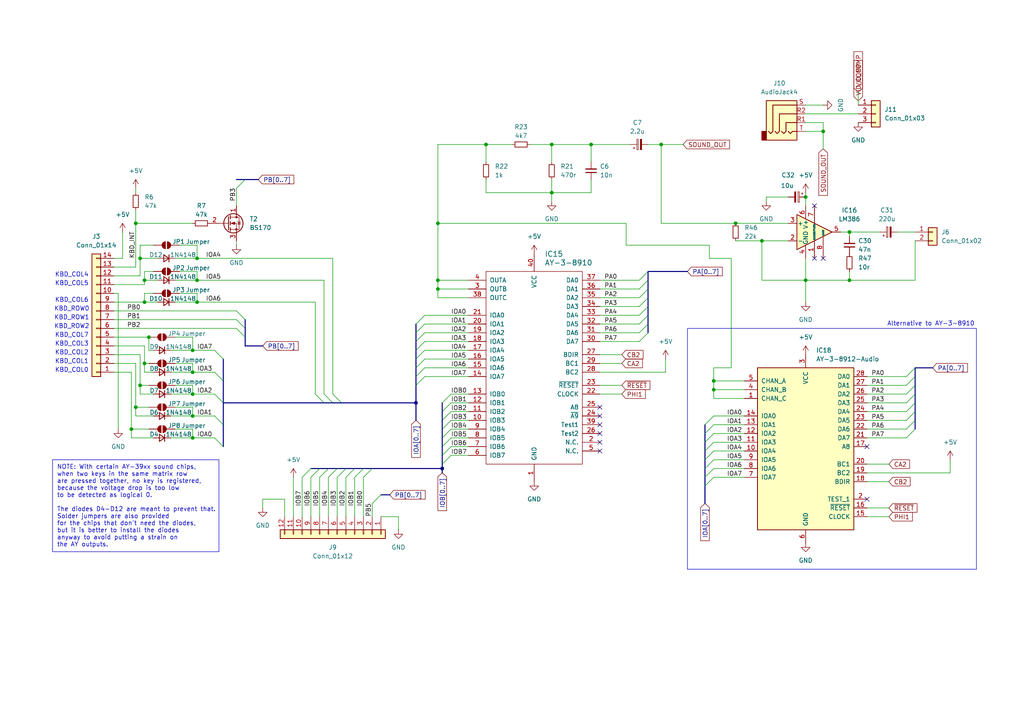
<source format=kicad_sch>
(kicad_sch (version 20231120) (generator "eeschema") (generator_version "8.0")
  (paper "A4")
  (lib_symbols
    (symbol "Amplifier_Audio:LM386" (pin_names (offset 0.127))
      (property "Reference" "U" (at 1.27 7.62 0))
      (property "Value" "LM386" (at 1.27 5.08 0))
      (symbol "LM386_1_1"
        (pin input line (at 0 -7.62 90) (length 5.08) (name "GAIN") (number "1"))
        (pin input line (at -7.62 -2.54 0) (length 2.54) (name "-") (number "2"))
        (pin input line (at -7.62 2.54 0) (length 2.54) (name "+") (number "3"))
        (pin power_in line (at -2.54 -7.62 90) (length 3.81) (name "GND") (number "4"))
        (pin output line (at 7.62 0 180) (length 2.54) (name "~") (number "5"))
        (pin power_in line (at -2.54 7.62 270) (length 3.81) (name "V+") (number "6"))
        (pin input line (at 0 7.62 270) (length 5.08) (name "BYPASS") (number "7"))
        (pin input line (at 2.54 -7.62 90) (length 6.35) (name "GAIN") (number "8"))
      )
    )
    (symbol "Common:AY-3-8912-Audio" (pin_names (offset 1.016))
      (property "Reference" "U" (at -13.97 35.56 0))
      (property "Value" "AY-3-8912-Audio" (at 6.35 35.56 0))
      (symbol "AY-3-8912-Audio_0_0"
        (pin bidirectional line (at -17.78 29.21 0) (length 3.81) (name "DA1") (number "27"))
      )
      (symbol "AY-3-8912-Audio_1_1"
        (pin output line (at 17.78 25.4 180) (length 3.81) (name "CHAN_C") (number "1"))
        (pin bidirectional line (at 17.78 10.16 180) (length 3.81) (name "IOA4") (number "10"))
        (pin bidirectional line (at 17.78 12.7 180) (length 3.81) (name "IOA3") (number "11"))
        (pin bidirectional line (at 17.78 15.24 180) (length 3.81) (name "IOA2") (number "12"))
        (pin bidirectional line (at 17.78 17.78 180) (length 3.81) (name "IOA1") (number "13"))
        (pin bidirectional line (at 17.78 20.32 180) (length 3.81) (name "IOA0") (number "14"))
        (pin input line (at -17.78 -8.89 0) (length 3.81) (name "CLOCK") (number "15"))
        (pin input line (at -17.78 -6.35 0) (length 3.81) (name "~{RESET}") (number "16"))
        (pin input line (at -17.78 11.43 0) (length 3.81) (name "A8") (number "17"))
        (pin input line (at -17.78 1.27 0) (length 3.81) (name "BDIR") (number "18"))
        (pin input line (at -17.78 3.81 0) (length 3.81) (name "BC2") (number "19"))
        (pin unspecified line (at -17.78 -3.81 0) (length 3.81) (name "TEST_1") (number "2"))
        (pin input line (at -17.78 6.35 0) (length 3.81) (name "BC1") (number "20"))
        (pin bidirectional line (at -17.78 13.97 0) (length 3.81) (name "DA7") (number "21"))
        (pin bidirectional line (at -17.78 16.51 0) (length 3.81) (name "DA6") (number "22"))
        (pin bidirectional line (at -17.78 19.05 0) (length 3.81) (name "DA5") (number "23"))
        (pin bidirectional line (at -17.78 21.59 0) (length 3.81) (name "DA4") (number "24"))
        (pin bidirectional line (at -17.78 24.13 0) (length 3.81) (name "DA3") (number "25"))
        (pin bidirectional line (at -17.78 26.67 0) (length 3.81) (name "DA2") (number "26"))
        (pin bidirectional line (at -17.78 31.75 0) (length 3.81) (name "DA0") (number "28"))
        (pin power_in line (at 0 38.1 270) (length 3.81) (name "VCC") (number "3"))
        (pin output line (at 17.78 27.94 180) (length 3.81) (name "CHAN_B") (number "4"))
        (pin output line (at 17.78 30.48 180) (length 3.81) (name "CHAN_A") (number "5"))
        (pin power_in line (at 0 -16.51 90) (length 3.81) (name "GND") (number "6"))
        (pin bidirectional line (at 17.78 2.54 180) (length 3.81) (name "IOA7") (number "7"))
        (pin bidirectional line (at 17.78 5.08 180) (length 3.81) (name "IOA6") (number "8"))
        (pin bidirectional line (at 17.78 7.62 180) (length 3.81) (name "IOA5") (number "9"))
      )
    )
    (symbol "Connector_Audio:AudioJack4"
      (property "Reference" "J" (at 0 8.89 0))
      (property "Value" "AudioJack4" (at 0 6.35 0))
      (symbol "AudioJack4_1_1"
        (pin passive line (at 5.08 -2.54 180) (length 2.54) (name "~") (number "R1"))
        (pin passive line (at 5.08 0 180) (length 2.54) (name "~") (number "R2"))
        (pin passive line (at 5.08 2.54 180) (length 2.54) (name "~") (number "S"))
        (pin passive line (at 5.08 -5.08 180) (length 2.54) (name "~") (number "T"))
      )
    )
    (symbol "Connector_Generic:Conn_01x02" (pin_names (offset 1.016) hide)
      (property "Reference" "J" (at 0 2.54 0))
      (property "Value" "Conn_01x02" (at 0 -5.08 0))
      (symbol "Conn_01x02_1_1"
        (pin passive line (at -5.08 0 0) (length 3.81) (name "Pin_1") (number "1"))
        (pin passive line (at -5.08 -2.54 0) (length 3.81) (name "Pin_2") (number "2"))
      )
    )
    (symbol "Connector_Generic:Conn_01x03" (pin_names (offset 1.016) hide)
      (property "Reference" "J" (at 0 5.08 0))
      (property "Value" "Conn_01x03" (at 0 -5.08 0))
      (symbol "Conn_01x03_1_1"
        (pin passive line (at -5.08 2.54 0) (length 3.81) (name "Pin_1") (number "1"))
        (pin passive line (at -5.08 0 0) (length 3.81) (name "Pin_2") (number "2"))
        (pin passive line (at -5.08 -2.54 0) (length 3.81) (name "Pin_3") (number "3"))
      )
    )
    (symbol "Connector_Generic:Conn_01x12" (pin_names (offset 1.016) hide)
      (property "Reference" "J" (at 0 15.24 0))
      (property "Value" "Conn_01x12" (at 0 -17.78 0))
      (symbol "Conn_01x12_1_1"
        (pin passive line (at -5.08 12.7 0) (length 3.81) (name "Pin_1") (number "1"))
        (pin passive line (at -5.08 -10.16 0) (length 3.81) (name "Pin_10") (number "10"))
        (pin passive line (at -5.08 -12.7 0) (length 3.81) (name "Pin_11") (number "11"))
        (pin passive line (at -5.08 -15.24 0) (length 3.81) (name "Pin_12") (number "12"))
        (pin passive line (at -5.08 10.16 0) (length 3.81) (name "Pin_2") (number "2"))
        (pin passive line (at -5.08 7.62 0) (length 3.81) (name "Pin_3") (number "3"))
        (pin passive line (at -5.08 5.08 0) (length 3.81) (name "Pin_4") (number "4"))
        (pin passive line (at -5.08 2.54 0) (length 3.81) (name "Pin_5") (number "5"))
        (pin passive line (at -5.08 0 0) (length 3.81) (name "Pin_6") (number "6"))
        (pin passive line (at -5.08 -2.54 0) (length 3.81) (name "Pin_7") (number "7"))
        (pin passive line (at -5.08 -5.08 0) (length 3.81) (name "Pin_8") (number "8"))
        (pin passive line (at -5.08 -7.62 0) (length 3.81) (name "Pin_9") (number "9"))
      )
    )
    (symbol "Connector_Generic:Conn_01x14" (pin_names (offset 1.016) hide)
      (property "Reference" "J" (at 0 17.78 0))
      (property "Value" "Conn_01x14" (at 0 -20.32 0))
      (symbol "Conn_01x14_1_1"
        (pin passive line (at -5.08 15.24 0) (length 3.81) (name "Pin_1") (number "1"))
        (pin passive line (at -5.08 -7.62 0) (length 3.81) (name "Pin_10") (number "10"))
        (pin passive line (at -5.08 -10.16 0) (length 3.81) (name "Pin_11") (number "11"))
        (pin passive line (at -5.08 -12.7 0) (length 3.81) (name "Pin_12") (number "12"))
        (pin passive line (at -5.08 -15.24 0) (length 3.81) (name "Pin_13") (number "13"))
        (pin passive line (at -5.08 -17.78 0) (length 3.81) (name "Pin_14") (number "14"))
        (pin passive line (at -5.08 12.7 0) (length 3.81) (name "Pin_2") (number "2"))
        (pin passive line (at -5.08 10.16 0) (length 3.81) (name "Pin_3") (number "3"))
        (pin passive line (at -5.08 7.62 0) (length 3.81) (name "Pin_4") (number "4"))
        (pin passive line (at -5.08 5.08 0) (length 3.81) (name "Pin_5") (number "5"))
        (pin passive line (at -5.08 2.54 0) (length 3.81) (name "Pin_6") (number "6"))
        (pin passive line (at -5.08 0 0) (length 3.81) (name "Pin_7") (number "7"))
        (pin passive line (at -5.08 -2.54 0) (length 3.81) (name "Pin_8") (number "8"))
        (pin passive line (at -5.08 -5.08 0) (length 3.81) (name "Pin_9") (number "9"))
      )
    )
    (symbol "Device:C_Polarized_Small" (pin_numbers hide) (pin_names (offset 0.254) hide)
      (property "Reference" "C" (at 0.254 1.778 0))
      (property "Value" "C_Polarized_Small" (at 0.254 -2.032 0))
      (symbol "C_Polarized_Small_1_1"
        (pin passive line (at 0 2.54 270) (length 1.8542) (name "~") (number "1"))
        (pin passive line (at 0 -2.54 90) (length 1.8542) (name "~") (number "2"))
      )
    )
    (symbol "Device:C_Small" (pin_numbers hide) (pin_names (offset 0.254) hide)
      (property "Reference" "C" (at 0.254 1.778 0))
      (property "Value" "C_Small" (at 0.254 -2.032 0))
      (symbol "C_Small_1_1"
        (pin passive line (at 0 2.54 270) (length 2.032) (name "~") (number "1"))
        (pin passive line (at 0 -2.54 90) (length 2.032) (name "~") (number "2"))
      )
    )
    (symbol "Device:D_Small" (pin_numbers hide) (pin_names (offset 0.254) hide)
      (property "Reference" "D" (at -1.27 2.032 0))
      (property "Value" "D_Small" (at -3.81 -2.032 0))
      (symbol "D_Small_1_1"
        (pin passive line (at -2.54 0 0) (length 1.778) (name "K") (number "1"))
        (pin passive line (at 2.54 0 180) (length 1.778) (name "A") (number "2"))
      )
    )
    (symbol "Device:R_Small" (pin_numbers hide) (pin_names (offset 0.254) hide)
      (property "Reference" "R" (at 0.762 0.508 0))
      (property "Value" "R_Small" (at 0.762 -1.016 0))
      (symbol "R_Small_1_1"
        (pin passive line (at 0 2.54 270) (length 0.762) (name "~") (number "1"))
        (pin passive line (at 0 -2.54 90) (length 0.762) (name "~") (number "2"))
      )
    )
    (symbol "Jumper:SolderJumper_2_Open" (pin_numbers hide) (pin_names (offset 0) hide) (exclude_from_sim yes) (in_bom no)
      (property "Reference" "JP" (at 0 2.032 0))
      (property "Value" "SolderJumper_2_Open" (at 0 -2.54 0))
      (symbol "SolderJumper_2_Open_1_1"
        (pin passive line (at -3.81 0 0) (length 2.54) (name "A") (number "1"))
        (pin passive line (at 3.81 0 180) (length 2.54) (name "B") (number "2"))
      )
    )
    (symbol "ORIC:AY-3-8910" (pin_names (offset 1.016))
      (property "Reference" "U" (at 10.16 -30.48 0))
      (property "Value" "AY-3-8910" (at 0 0.635 0))
      (symbol "AY-3-8910_1_1"
        (pin power_in line (at 0 -33.02 90) (length 5.08) (name "GND") (number "1"))
        (pin bidirectional line (at 19.05 -15.24 180) (length 5.08) (name "IOB3") (number "10"))
        (pin bidirectional line (at 19.05 -12.7 180) (length 5.08) (name "IOB2") (number "11"))
        (pin bidirectional line (at 19.05 -10.16 180) (length 5.08) (name "IOB1") (number "12"))
        (pin bidirectional line (at 19.05 -7.62 180) (length 5.08) (name "IOB0") (number "13"))
        (pin bidirectional line (at 19.05 -2.54 180) (length 5.08) (name "IOA7") (number "14"))
        (pin bidirectional line (at 19.05 0 180) (length 5.08) (name "IOA6") (number "15"))
        (pin bidirectional line (at 19.05 2.54 180) (length 5.08) (name "IOA5") (number "16"))
        (pin bidirectional line (at 19.05 5.08 180) (length 5.08) (name "IOA4") (number "17"))
        (pin bidirectional line (at 19.05 7.62 180) (length 5.08) (name "IOA3") (number "18"))
        (pin bidirectional line (at 19.05 10.16 180) (length 5.08) (name "IOA2") (number "19"))
        (pin input line (at -19.05 -21.59 0) (length 5.08) (name "N.C.") (number "2"))
        (pin bidirectional line (at 19.05 12.7 180) (length 5.08) (name "IOA1") (number "20"))
        (pin bidirectional line (at 19.05 15.24 180) (length 5.08) (name "IOA0") (number "21"))
        (pin input line (at -19.05 -7.62 0) (length 5.08) (name "CLOCK") (number "22"))
        (pin input line (at -19.05 -5.08 0) (length 5.08) (name "~{RESET}") (number "23"))
        (pin input line (at -19.05 -13.97 0) (length 5.08) (name "~{A9}") (number "24"))
        (pin input line (at -19.05 -11.43 0) (length 5.08) (name "A8") (number "25"))
        (pin input line (at -19.05 -19.05 0) (length 5.08) (name "Test2") (number "26"))
        (pin input line (at -19.05 3.81 0) (length 5.08) (name "BDIR") (number "27"))
        (pin input line (at -19.05 -1.27 0) (length 5.08) (name "BC2") (number "28"))
        (pin input line (at -19.05 1.27 0) (length 5.08) (name "BC1") (number "29"))
        (pin output line (at 19.05 22.86 180) (length 5.08) (name "OUTB") (number "3"))
        (pin bidirectional line (at -19.05 7.62 0) (length 5.08) (name "DA7") (number "30"))
        (pin bidirectional line (at -19.05 10.16 0) (length 5.08) (name "DA6") (number "31"))
        (pin bidirectional line (at -19.05 12.7 0) (length 5.08) (name "DA5") (number "32"))
        (pin bidirectional line (at -19.05 15.24 0) (length 5.08) (name "DA4") (number "33"))
        (pin bidirectional line (at -19.05 17.78 0) (length 5.08) (name "DA3") (number "34"))
        (pin bidirectional line (at -19.05 20.32 0) (length 5.08) (name "DA2") (number "35"))
        (pin bidirectional line (at -19.05 22.86 0) (length 5.08) (name "DA1") (number "36"))
        (pin bidirectional line (at -19.05 25.4 0) (length 5.08) (name "DA0") (number "37"))
        (pin output line (at 19.05 20.32 180) (length 5.08) (name "OUTC") (number "38"))
        (pin input line (at -19.05 -16.51 0) (length 5.08) (name "Test1") (number "39"))
        (pin output line (at 19.05 25.4 180) (length 5.08) (name "OUTA") (number "4"))
        (pin power_in line (at 0 33.02 270) (length 5.08) (name "VCC") (number "40"))
        (pin input line (at -19.05 -24.13 0) (length 5.08) (name "N.C.") (number "5"))
        (pin bidirectional line (at 19.05 -25.4 180) (length 5.08) (name "IOB7") (number "6"))
        (pin bidirectional line (at 19.05 -22.86 180) (length 5.08) (name "IOB6") (number "7"))
        (pin bidirectional line (at 19.05 -20.32 180) (length 5.08) (name "IOB5") (number "8"))
        (pin bidirectional line (at 19.05 -17.78 180) (length 5.08) (name "IOB4") (number "9"))
      )
    )
    (symbol "Transistor_FET:BS107" (pin_names hide)
      (property "Reference" "Q" (at 5.08 1.905 0))
      (property "Value" "BS107" (at 5.08 0 0))
      (symbol "BS107_1_1"
        (pin passive line (at 2.54 5.08 270) (length 2.54) (name "D") (number "1"))
        (pin input line (at -5.08 0 0) (length 2.54) (name "G") (number "2"))
        (pin passive line (at 2.54 -5.08 90) (length 2.54) (name "S") (number "3"))
      )
    )
    (symbol "power:+5V" (power) (pin_numbers hide) (pin_names (offset 0) hide)
      (property "Value" "+5V" (at 0 3.556 0))
      (symbol "+5V_1_1"
        (pin power_in line (at 0 0 90) (length 0) (name "~") (number "1"))
      )
    )
    (symbol "power:GND" (power) (pin_numbers hide) (pin_names (offset 0) hide)
      (property "Value" "GND" (at 0 -3.81 0))
      (symbol "GND_1_1"
        (pin power_in line (at 0 0 270) (length 0) (name "~") (number "1"))
      )
    )
  )
  (junction (at 246.38 81.28))
  (junction (at 41.91 87.63))
  (junction (at 171.45 41.91))
  (junction (at 57.15 87.63))
  (junction (at 120.65 116.84))
  (junction (at 39.37 64.77))
  (junction (at 127 64.77))
  (junction (at 127 83.82))
  (junction (at 41.91 81.28))
  (junction (at 233.68 81.28))
  (junction (at 160.02 55.88))
  (junction (at 38.1 124.46))
  (junction (at 40.64 111.76))
  (junction (at 220.98 69.85))
  (junction (at 127 81.28))
  (junction (at 207.01 110.49))
  (junction (at 40.64 74.93))
  (junction (at 207.01 113.03))
  (junction (at 191.77 41.91))
  (junction (at 57.15 81.28))
  (junction (at 55.88 127))
  (junction (at 39.37 118.11))
  (junction (at 55.88 120.65))
  (junction (at 160.02 41.91))
  (junction (at 233.68 57.15))
  (junction (at 55.88 114.3))
  (junction (at 57.15 74.93))
  (junction (at 43.18 97.79))
  (junction (at 128.27 135.89))
  (junction (at 238.76 38.1))
  (junction (at 140.97 41.91))
  (junction (at 55.88 101.6))
  (junction (at 213.36 64.77))
  (junction (at 246.38 67.31))
  (junction (at 41.91 105.41))
  (junction (at 55.88 107.95))
  (no_connect (at 173.99 125.73))
  (no_connect (at 173.99 130.81))
  (no_connect (at 173.99 123.19))
  (no_connect (at 236.22 74.93))
  (no_connect (at 173.99 120.65))
  (no_connect (at 236.22 59.69))
  (no_connect (at 251.46 129.54))
  (no_connect (at 238.76 74.93))
  (no_connect (at 251.46 144.78))
  (no_connect (at 173.99 128.27))
  (no_connect (at 173.99 118.11))
  (bus_entry (at 68.58 90.17) (size 2.54 2.54))
  (bus_entry (at 68.58 92.71) (size 2.54 2.54))
  (bus_entry (at 120.65 101.6) (size 2.54 -2.54))
  (bus_entry (at 68.58 54.61) (size 2.54 -2.54))
  (bus_entry (at 262.89 124.46) (size 2.54 -2.54))
  (bus_entry (at 204.47 135.89) (size 2.54 -2.54))
  (bus_entry (at 204.47 140.97) (size 2.54 -2.54))
  (bus_entry (at 62.23 127) (size 2.54 2.54))
  (bus_entry (at 62.23 107.95) (size 2.54 2.54))
  (bus_entry (at 107.95 146.05) (size 2.54 -2.54))
  (bus_entry (at 262.89 109.22) (size 2.54 -2.54))
  (bus_entry (at 128.27 129.54) (size 2.54 -2.54))
  (bus_entry (at 97.79 138.43) (size 2.54 -2.54))
  (bus_entry (at 185.42 81.28) (size 2.54 -2.54))
  (bus_entry (at 62.23 120.65) (size 2.54 2.54))
  (bus_entry (at 105.41 138.43) (size 2.54 -2.54))
  (bus_entry (at 128.27 132.08) (size 2.54 -2.54))
  (bus_entry (at 262.89 111.76) (size 2.54 -2.54))
  (bus_entry (at 120.65 111.76) (size 2.54 -2.54))
  (bus_entry (at 102.87 138.43) (size 2.54 -2.54))
  (bus_entry (at 185.42 96.52) (size 2.54 -2.54))
  (bus_entry (at 204.47 125.73) (size 2.54 -2.54))
  (bus_entry (at 92.71 138.43) (size 2.54 -2.54))
  (bus_entry (at 185.42 93.98) (size 2.54 -2.54))
  (bus_entry (at 128.27 119.38) (size 2.54 -2.54))
  (bus_entry (at 204.47 133.35) (size 2.54 -2.54))
  (bus_entry (at 128.27 127) (size 2.54 -2.54))
  (bus_entry (at 90.17 138.43) (size 2.54 -2.54))
  (bus_entry (at 128.27 124.46) (size 2.54 -2.54))
  (bus_entry (at 204.47 138.43) (size 2.54 -2.54))
  (bus_entry (at 262.89 121.92) (size 2.54 -2.54))
  (bus_entry (at 62.23 114.3) (size 2.54 2.54))
  (bus_entry (at 120.65 96.52) (size 2.54 -2.54))
  (bus_entry (at 128.27 121.92) (size 2.54 -2.54))
  (bus_entry (at 204.47 130.81) (size 2.54 -2.54))
  (bus_entry (at 120.65 106.68) (size 2.54 -2.54))
  (bus_entry (at 204.47 128.27) (size 2.54 -2.54))
  (bus_entry (at 262.89 119.38) (size 2.54 -2.54))
  (bus_entry (at 185.42 88.9) (size 2.54 -2.54))
  (bus_entry (at 120.65 109.22) (size 2.54 -2.54))
  (bus_entry (at 262.89 116.84) (size 2.54 -2.54))
  (bus_entry (at 87.63 138.43) (size 2.54 -2.54))
  (bus_entry (at 128.27 134.62) (size 2.54 -2.54))
  (bus_entry (at 120.65 93.98) (size 2.54 -2.54))
  (bus_entry (at 120.65 99.06) (size 2.54 -2.54))
  (bus_entry (at 262.89 114.3) (size 2.54 -2.54))
  (bus_entry (at 262.89 127) (size 2.54 -2.54))
  (bus_entry (at 91.44 114.3) (size 2.54 2.54))
  (bus_entry (at 96.52 114.3) (size 2.54 2.54))
  (bus_entry (at 128.27 116.84) (size 2.54 -2.54))
  (bus_entry (at 185.42 99.06) (size 2.54 -2.54))
  (bus_entry (at 68.58 95.25) (size 2.54 2.54))
  (bus_entry (at 62.23 101.6) (size 2.54 2.54))
  (bus_entry (at 185.42 83.82) (size 2.54 -2.54))
  (bus_entry (at 120.65 104.14) (size 2.54 -2.54))
  (bus_entry (at 185.42 91.44) (size 2.54 -2.54))
  (bus_entry (at 93.98 114.3) (size 2.54 2.54))
  (bus_entry (at 95.25 138.43) (size 2.54 -2.54))
  (bus_entry (at 100.33 138.43) (size 2.54 -2.54))
  (bus_entry (at 204.47 123.19) (size 2.54 -2.54))
  (bus_entry (at 185.42 86.36) (size 2.54 -2.54))
  (wire (pts (xy 33.02 87.63) (xy 41.91 87.63)))
  (wire (pts (xy 41.91 81.28) (xy 41.91 82.55)))
  (wire (pts (xy 82.55 149.86) (xy 82.55 144.78)))
  (wire (pts (xy 233.68 74.93) (xy 233.68 81.28)))
  (bus (pts (xy 265.43 109.22) (xy 265.43 106.68)))
  (wire (pts (xy 95.25 138.43) (xy 95.25 149.86)))
  (wire (pts (xy 40.64 80.01) (xy 33.02 80.01)))
  (bus (pts (xy 204.47 125.73) (xy 204.47 128.27)))
  (wire (pts (xy 207.01 123.19) (xy 215.9 123.19)))
  (bus (pts (xy 187.96 78.74) (xy 199.39 78.74)))
  (wire (pts (xy 233.68 35.56) (xy 238.76 35.56)))
  (wire (pts (xy 213.36 69.85) (xy 220.98 69.85)))
  (wire (pts (xy 251.46 124.46) (xy 262.89 124.46)))
  (wire (pts (xy 251.46 147.32) (xy 257.81 147.32)))
  (bus (pts (xy 187.96 81.28) (xy 187.96 83.82)))
  (wire (pts (xy 92.71 138.43) (xy 92.71 149.86)))
  (wire (pts (xy 39.37 54.61) (xy 39.37 55.88)))
  (wire (pts (xy 173.99 107.95) (xy 193.04 107.95)))
  (wire (pts (xy 127 81.28) (xy 127 83.82)))
  (bus (pts (xy 187.96 81.28) (xy 187.96 78.74)))
  (wire (pts (xy 127 41.91) (xy 127 64.77)))
  (bus (pts (xy 204.47 133.35) (xy 204.47 135.89)))
  (wire (pts (xy 238.76 35.56) (xy 238.76 38.1)))
  (wire (pts (xy 38.1 124.46) (xy 43.18 124.46)))
  (wire (pts (xy 55.88 105.41) (xy 55.88 107.95)))
  (wire (pts (xy 44.45 71.12) (xy 40.64 71.12)))
  (wire (pts (xy 123.19 96.52) (xy 135.89 96.52)))
  (wire (pts (xy 40.64 74.93) (xy 40.64 80.01)))
  (bus (pts (xy 128.27 129.54) (xy 128.27 132.08)))
  (wire (pts (xy 207.01 113.03) (xy 215.9 113.03)))
  (bus (pts (xy 204.47 135.89) (xy 204.47 138.43)))
  (wire (pts (xy 171.45 41.91) (xy 182.88 41.91)))
  (bus (pts (xy 120.65 111.76) (xy 120.65 116.84)))
  (wire (pts (xy 248.92 26.67) (xy 248.92 30.48)))
  (wire (pts (xy 127 64.77) (xy 127 81.28)))
  (wire (pts (xy 90.17 138.43) (xy 90.17 149.86)))
  (wire (pts (xy 40.64 74.93) (xy 45.72 74.93)))
  (wire (pts (xy 222.25 58.42) (xy 222.25 57.15)))
  (wire (pts (xy 50.8 97.79) (xy 55.88 97.79)))
  (wire (pts (xy 181.61 64.77) (xy 181.61 71.12)))
  (wire (pts (xy 233.68 57.15) (xy 233.68 59.69)))
  (wire (pts (xy 123.19 101.6) (xy 135.89 101.6)))
  (wire (pts (xy 193.04 104.14) (xy 193.04 107.95)))
  (wire (pts (xy 160.02 55.88) (xy 171.45 55.88)))
  (wire (pts (xy 140.97 52.07) (xy 140.97 55.88)))
  (wire (pts (xy 130.81 116.84) (xy 135.89 116.84)))
  (wire (pts (xy 160.02 41.91) (xy 160.02 46.99)))
  (wire (pts (xy 251.46 137.16) (xy 275.59 137.16)))
  (bus (pts (xy 128.27 121.92) (xy 128.27 124.46)))
  (wire (pts (xy 55.88 120.65) (xy 62.23 120.65)))
  (wire (pts (xy 52.07 85.09) (xy 57.15 85.09)))
  (wire (pts (xy 39.37 64.77) (xy 39.37 77.47)))
  (wire (pts (xy 110.49 149.86) (xy 115.57 149.86)))
  (wire (pts (xy 207.01 133.35) (xy 215.9 133.35)))
  (wire (pts (xy 38.1 127) (xy 38.1 124.46)))
  (wire (pts (xy 160.02 58.42) (xy 160.02 55.88)))
  (wire (pts (xy 207.01 130.81) (xy 215.9 130.81)))
  (wire (pts (xy 173.99 91.44) (xy 185.42 91.44)))
  (wire (pts (xy 173.99 99.06) (xy 185.42 99.06)))
  (bus (pts (xy 64.77 110.49) (xy 64.77 116.84)))
  (wire (pts (xy 97.79 138.43) (xy 97.79 149.86)))
  (wire (pts (xy 41.91 107.95) (xy 44.45 107.95)))
  (wire (pts (xy 55.88 114.3) (xy 62.23 114.3)))
  (wire (pts (xy 43.18 97.79) (xy 33.02 97.79)))
  (bus (pts (xy 128.27 134.62) (xy 128.27 135.89)))
  (wire (pts (xy 257.81 134.62) (xy 251.46 134.62)))
  (wire (pts (xy 140.97 55.88) (xy 160.02 55.88)))
  (wire (pts (xy 38.1 107.95) (xy 33.02 107.95)))
  (wire (pts (xy 233.68 81.28) (xy 246.38 81.28)))
  (bus (pts (xy 128.27 119.38) (xy 128.27 121.92)))
  (wire (pts (xy 55.88 127) (xy 62.23 127)))
  (wire (pts (xy 57.15 81.28) (xy 93.98 81.28)))
  (wire (pts (xy 233.68 30.48) (xy 238.76 30.48)))
  (wire (pts (xy 40.64 111.76) (xy 40.64 102.87)))
  (wire (pts (xy 44.45 85.09) (xy 41.91 85.09)))
  (wire (pts (xy 82.55 144.78) (xy 76.2 144.78)))
  (bus (pts (xy 120.65 109.22) (xy 120.65 111.76)))
  (wire (pts (xy 160.02 55.88) (xy 160.02 52.07)))
  (wire (pts (xy 171.45 46.99) (xy 171.45 41.91)))
  (bus (pts (xy 64.77 116.84) (xy 64.77 123.19)))
  (wire (pts (xy 130.81 119.38) (xy 135.89 119.38)))
  (wire (pts (xy 49.53 107.95) (xy 55.88 107.95)))
  (bus (pts (xy 93.98 116.84) (xy 96.52 116.84)))
  (bus (pts (xy 265.43 119.38) (xy 265.43 121.92)))
  (wire (pts (xy 57.15 87.63) (xy 91.44 87.63)))
  (wire (pts (xy 246.38 78.74) (xy 246.38 81.28)))
  (wire (pts (xy 130.81 121.92) (xy 135.89 121.92)))
  (wire (pts (xy 123.19 109.22) (xy 135.89 109.22)))
  (wire (pts (xy 207.01 110.49) (xy 207.01 113.03)))
  (wire (pts (xy 50.8 81.28) (xy 57.15 81.28)))
  (wire (pts (xy 50.8 124.46) (xy 55.88 124.46)))
  (wire (pts (xy 207.01 113.03) (xy 207.01 115.57)))
  (wire (pts (xy 55.88 97.79) (xy 55.88 101.6)))
  (wire (pts (xy 135.89 86.36) (xy 127 86.36)))
  (wire (pts (xy 41.91 85.09) (xy 41.91 87.63)))
  (wire (pts (xy 153.67 41.91) (xy 160.02 41.91)))
  (bus (pts (xy 128.27 132.08) (xy 128.27 134.62)))
  (wire (pts (xy 35.56 74.93) (xy 35.56 67.31)))
  (bus (pts (xy 64.77 129.54) (xy 64.77 123.19)))
  (bus (pts (xy 71.12 100.33) (xy 76.2 100.33)))
  (bus (pts (xy 90.17 135.89) (xy 92.71 135.89)))
  (bus (pts (xy 187.96 93.98) (xy 187.96 96.52)))
  (wire (pts (xy 173.99 114.3) (xy 180.34 114.3)))
  (wire (pts (xy 207.01 138.43) (xy 215.9 138.43)))
  (wire (pts (xy 38.1 124.46) (xy 38.1 107.95)))
  (wire (pts (xy 57.15 71.12) (xy 57.15 74.93)))
  (bus (pts (xy 120.65 106.68) (xy 120.65 109.22)))
  (wire (pts (xy 41.91 107.95) (xy 41.91 105.41)))
  (wire (pts (xy 187.96 41.91) (xy 191.77 41.91)))
  (wire (pts (xy 207.01 110.49) (xy 215.9 110.49)))
  (bus (pts (xy 204.47 123.19) (xy 204.47 125.73)))
  (wire (pts (xy 173.99 93.98) (xy 185.42 93.98)))
  (wire (pts (xy 207.01 125.73) (xy 215.9 125.73)))
  (wire (pts (xy 105.41 138.43) (xy 105.41 149.86)))
  (wire (pts (xy 41.91 81.28) (xy 45.72 81.28)))
  (wire (pts (xy 130.81 132.08) (xy 135.89 132.08)))
  (wire (pts (xy 50.8 105.41) (xy 55.88 105.41)))
  (bus (pts (xy 71.12 52.07) (xy 74.93 52.07)))
  (wire (pts (xy 91.44 87.63) (xy 91.44 114.3)))
  (wire (pts (xy 38.1 127) (xy 44.45 127)))
  (wire (pts (xy 246.38 67.31) (xy 255.27 67.31)))
  (wire (pts (xy 43.18 101.6) (xy 43.18 97.79)))
  (wire (pts (xy 39.37 120.65) (xy 44.45 120.65)))
  (bus (pts (xy 265.43 121.92) (xy 265.43 124.46)))
  (wire (pts (xy 39.37 118.11) (xy 43.18 118.11)))
  (wire (pts (xy 246.38 67.31) (xy 243.84 67.31)))
  (wire (pts (xy 40.64 114.3) (xy 44.45 114.3)))
  (wire (pts (xy 127 83.82) (xy 127 86.36)))
  (wire (pts (xy 40.64 71.12) (xy 40.64 74.93)))
  (wire (pts (xy 173.99 96.52) (xy 185.42 96.52)))
  (wire (pts (xy 33.02 77.47) (xy 39.37 77.47)))
  (bus (pts (xy 265.43 109.22) (xy 265.43 111.76)))
  (wire (pts (xy 44.45 78.74) (xy 41.91 78.74)))
  (wire (pts (xy 33.02 74.93) (xy 35.56 74.93)))
  (wire (pts (xy 93.98 81.28) (xy 93.98 114.3)))
  (wire (pts (xy 173.99 83.82) (xy 185.42 83.82)))
  (wire (pts (xy 265.43 69.85) (xy 265.43 81.28)))
  (wire (pts (xy 123.19 99.06) (xy 135.89 99.06)))
  (wire (pts (xy 87.63 138.43) (xy 87.63 149.86)))
  (wire (pts (xy 205.74 71.12) (xy 205.74 74.93)))
  (wire (pts (xy 34.29 85.09) (xy 34.29 124.46)))
  (wire (pts (xy 205.74 74.93) (xy 212.09 74.93)))
  (bus (pts (xy 68.58 52.07) (xy 71.12 52.07)))
  (wire (pts (xy 43.18 101.6) (xy 44.45 101.6)))
  (bus (pts (xy 265.43 111.76) (xy 265.43 114.3)))
  (wire (pts (xy 257.81 139.7) (xy 251.46 139.7)))
  (wire (pts (xy 76.2 144.78) (xy 76.2 147.32)))
  (bus (pts (xy 120.65 93.98) (xy 120.65 96.52)))
  (wire (pts (xy 251.46 111.76) (xy 262.89 111.76)))
  (wire (pts (xy 233.68 55.88) (xy 233.68 57.15)))
  (wire (pts (xy 123.19 106.68) (xy 135.89 106.68)))
  (wire (pts (xy 251.46 119.38) (xy 262.89 119.38)))
  (wire (pts (xy 39.37 64.77) (xy 55.88 64.77)))
  (wire (pts (xy 40.64 111.76) (xy 43.18 111.76)))
  (wire (pts (xy 33.02 92.71) (xy 68.58 92.71)))
  (bus (pts (xy 120.65 116.84) (xy 120.65 121.92)))
  (bus (pts (xy 128.27 135.89) (xy 128.27 137.16)))
  (wire (pts (xy 33.02 95.25) (xy 68.58 95.25)))
  (wire (pts (xy 57.15 78.74) (xy 57.15 81.28)))
  (wire (pts (xy 130.81 129.54) (xy 135.89 129.54)))
  (bus (pts (xy 71.12 92.71) (xy 71.12 95.25)))
  (wire (pts (xy 220.98 69.85) (xy 220.98 81.28)))
  (wire (pts (xy 222.25 57.15) (xy 228.6 57.15)))
  (wire (pts (xy 123.19 104.14) (xy 135.89 104.14)))
  (wire (pts (xy 55.88 107.95) (xy 62.23 107.95)))
  (wire (pts (xy 33.02 90.17) (xy 68.58 90.17)))
  (wire (pts (xy 207.01 135.89) (xy 215.9 135.89)))
  (bus (pts (xy 120.65 99.06) (xy 120.65 101.6)))
  (bus (pts (xy 187.96 91.44) (xy 187.96 93.98)))
  (bus (pts (xy 97.79 135.89) (xy 100.33 135.89)))
  (bus (pts (xy 265.43 116.84) (xy 265.43 119.38)))
  (bus (pts (xy 187.96 88.9) (xy 187.96 91.44)))
  (bus (pts (xy 128.27 127) (xy 128.27 129.54)))
  (wire (pts (xy 49.53 101.6) (xy 55.88 101.6)))
  (bus (pts (xy 96.52 116.84) (xy 99.06 116.84)))
  (bus (pts (xy 204.47 140.97) (xy 204.47 146.05)))
  (wire (pts (xy 41.91 105.41) (xy 41.91 100.33)))
  (wire (pts (xy 238.76 38.1) (xy 238.76 43.18)))
  (bus (pts (xy 204.47 128.27) (xy 204.47 130.81)))
  (wire (pts (xy 130.81 124.46) (xy 135.89 124.46)))
  (wire (pts (xy 251.46 127) (xy 262.89 127)))
  (wire (pts (xy 213.36 64.77) (xy 191.77 64.77)))
  (wire (pts (xy 41.91 87.63) (xy 45.72 87.63)))
  (wire (pts (xy 40.64 102.87) (xy 33.02 102.87)))
  (wire (pts (xy 50.8 118.11) (xy 55.88 118.11)))
  (wire (pts (xy 171.45 55.88) (xy 171.45 52.07)))
  (wire (pts (xy 50.8 111.76) (xy 55.88 111.76)))
  (wire (pts (xy 39.37 118.11) (xy 39.37 105.41)))
  (bus (pts (xy 204.47 130.81) (xy 204.47 133.35)))
  (bus (pts (xy 99.06 116.84) (xy 120.65 116.84)))
  (bus (pts (xy 100.33 135.89) (xy 102.87 135.89)))
  (wire (pts (xy 260.35 67.31) (xy 265.43 67.31)))
  (wire (pts (xy 130.81 127) (xy 135.89 127)))
  (bus (pts (xy 120.65 101.6) (xy 120.65 104.14)))
  (wire (pts (xy 220.98 81.28) (xy 233.68 81.28)))
  (wire (pts (xy 191.77 41.91) (xy 198.12 41.91)))
  (wire (pts (xy 173.99 81.28) (xy 185.42 81.28)))
  (wire (pts (xy 50.8 87.63) (xy 57.15 87.63)))
  (wire (pts (xy 41.91 100.33) (xy 33.02 100.33)))
  (wire (pts (xy 207.01 106.68) (xy 207.01 110.49)))
  (wire (pts (xy 207.01 128.27) (xy 215.9 128.27)))
  (wire (pts (xy 68.58 71.12) (xy 68.58 69.85)))
  (wire (pts (xy 233.68 81.28) (xy 233.68 87.63)))
  (bus (pts (xy 265.43 114.3) (xy 265.43 116.84)))
  (wire (pts (xy 55.88 124.46) (xy 55.88 127)))
  (bus (pts (xy 128.27 116.84) (xy 128.27 119.38)))
  (wire (pts (xy 140.97 41.91) (xy 148.59 41.91)))
  (wire (pts (xy 275.59 133.35) (xy 275.59 137.16)))
  (wire (pts (xy 49.53 120.65) (xy 55.88 120.65)))
  (wire (pts (xy 251.46 149.86) (xy 257.81 149.86)))
  (wire (pts (xy 127 83.82) (xy 135.89 83.82)))
  (wire (pts (xy 160.02 41.91) (xy 171.45 41.91)))
  (wire (pts (xy 212.09 106.68) (xy 207.01 106.68)))
  (bus (pts (xy 107.95 135.89) (xy 128.27 135.89)))
  (wire (pts (xy 127 64.77) (xy 181.61 64.77)))
  (bus (pts (xy 187.96 86.36) (xy 187.96 88.9)))
  (wire (pts (xy 39.37 105.41) (xy 33.02 105.41)))
  (wire (pts (xy 127 41.91) (xy 140.97 41.91)))
  (wire (pts (xy 68.58 54.61) (xy 68.58 59.69)))
  (bus (pts (xy 265.43 106.68) (xy 270.51 106.68)))
  (wire (pts (xy 191.77 64.77) (xy 191.77 41.91)))
  (wire (pts (xy 173.99 88.9) (xy 185.42 88.9)))
  (bus (pts (xy 204.47 138.43) (xy 204.47 140.97)))
  (wire (pts (xy 52.07 71.12) (xy 57.15 71.12)))
  (bus (pts (xy 110.49 143.51) (xy 113.03 143.51)))
  (wire (pts (xy 55.88 118.11) (xy 55.88 120.65)))
  (wire (pts (xy 40.64 114.3) (xy 40.64 111.76)))
  (wire (pts (xy 215.9 115.57) (xy 207.01 115.57)))
  (wire (pts (xy 251.46 109.22) (xy 262.89 109.22)))
  (wire (pts (xy 233.68 38.1) (xy 238.76 38.1)))
  (wire (pts (xy 115.57 149.86) (xy 115.57 153.67)))
  (wire (pts (xy 180.34 102.87) (xy 173.99 102.87)))
  (wire (pts (xy 181.61 71.12) (xy 205.74 71.12)))
  (wire (pts (xy 39.37 60.96) (xy 39.37 64.77)))
  (wire (pts (xy 220.98 69.85) (xy 228.6 69.85)))
  (bus (pts (xy 120.65 96.52) (xy 120.65 99.06)))
  (wire (pts (xy 207.01 120.65) (xy 215.9 120.65)))
  (wire (pts (xy 55.88 111.76) (xy 55.88 114.3)))
  (bus (pts (xy 64.77 104.14) (xy 64.77 110.49)))
  (wire (pts (xy 96.52 74.93) (xy 96.52 114.3)))
  (wire (pts (xy 100.33 138.43) (xy 100.33 149.86)))
  (bus (pts (xy 187.96 83.82) (xy 187.96 86.36)))
  (wire (pts (xy 233.68 33.02) (xy 248.92 33.02)))
  (wire (pts (xy 34.29 85.09) (xy 33.02 85.09)))
  (wire (pts (xy 49.53 127) (xy 55.88 127)))
  (wire (pts (xy 180.34 105.41) (xy 173.99 105.41)))
  (wire (pts (xy 41.91 105.41) (xy 43.18 105.41)))
  (bus (pts (xy 102.87 135.89) (xy 105.41 135.89)))
  (wire (pts (xy 123.19 91.44) (xy 135.89 91.44)))
  (wire (pts (xy 130.81 114.3) (xy 135.89 114.3)))
  (bus (pts (xy 64.77 116.84) (xy 93.98 116.84)))
  (wire (pts (xy 173.99 86.36) (xy 185.42 86.36)))
  (wire (pts (xy 251.46 114.3) (xy 262.89 114.3)))
  (wire (pts (xy 127 81.28) (xy 135.89 81.28)))
  (wire (pts (xy 140.97 41.91) (xy 140.97 46.99)))
  (wire (pts (xy 251.46 121.92) (xy 262.89 121.92)))
  (bus (pts (xy 120.65 104.14) (xy 120.65 106.68)))
  (bus (pts (xy 95.25 135.89) (xy 97.79 135.89)))
  (wire (pts (xy 251.46 116.84) (xy 262.89 116.84)))
  (wire (pts (xy 102.87 138.43) (xy 102.87 149.86)))
  (wire (pts (xy 107.95 146.05) (xy 107.95 149.86)))
  (wire (pts (xy 213.36 64.77) (xy 228.6 64.77)))
  (wire (pts (xy 246.38 81.28) (xy 265.43 81.28)))
  (bus (pts (xy 128.27 124.46) (xy 128.27 127)))
  (wire (pts (xy 246.38 68.58) (xy 246.38 67.31)))
  (bus (pts (xy 92.71 135.89) (xy 95.25 135.89)))
  (wire (pts (xy 52.07 78.74) (xy 57.15 78.74)))
  (wire (pts (xy 55.88 101.6) (xy 62.23 101.6)))
  (wire (pts (xy 41.91 78.74) (xy 41.91 81.28)))
  (bus (pts (xy 71.12 95.25) (xy 71.12 97.79)))
  (bus (pts (xy 105.41 135.89) (xy 107.95 135.89)))
  (wire (pts (xy 39.37 120.65) (xy 39.37 118.11)))
  (wire (pts (xy 57.15 85.09) (xy 57.15 87.63)))
  (wire (pts (xy 57.15 74.93) (xy 96.52 74.93)))
  (wire (pts (xy 50.8 74.93) (xy 57.15 74.93)))
  (wire (pts (xy 123.19 93.98) (xy 135.89 93.98)))
  (wire (pts (xy 212.09 74.93) (xy 212.09 106.68)))
  (wire (pts (xy 49.53 114.3) (xy 55.88 114.3)))
  (wire (pts (xy 85.09 138.43) (xy 85.09 149.86)))
  (wire (pts (xy 173.99 111.76) (xy 180.34 111.76)))
  (bus (pts (xy 71.12 97.79) (xy 71.12 100.33)))
  (wire (pts (xy 41.91 82.55) (xy 33.02 82.55)))
  (rectangle (start 15.24 133.35) (end 63.5 160.02))
  (rectangle (start 199.39 95.25) (end 283.21 165.1))
  (text "NOTE: With certain AY-39xx sound chips,\nwhen two keys in the same matrix row\nare pressed together, no key is registered,\nbecause the voltage drop is too low\nto be detected as logical 0.\n\nThe diodes D4-D12 are meant to prevent that.\nSolder jumpers are also provided\nfor the chips that don't need the diodes,\nbut it is better to install the diodes\nanyway to avoid putting a strain on\nthe AY outputs." (at 16.51 146.812 0) (effects (font (size 1.27 1.27)) (justify left)))
  (text "KBD_COL6" (at 20.828 87.122 0) (effects (font (size 1.27 1.27))))
  (text "KBD_COL4" (at 20.828 79.756 0) (effects (font (size 1.27 1.27))))
  (text "KBD_ROW0" (at 20.828 89.662 0) (effects (font (size 1.27 1.27))))
  (text "KBD_ROW2" (at 20.828 94.742 0) (effects (font (size 1.27 1.27))))
  (text "KBD_COL0" (at 20.828 107.442 0) (effects (font (size 1.27 1.27))))
  (text "Alternative to AY-3-8910" (at 270.002 93.98 0) (effects (font (size 1.27 1.27))))
  (text "KBD_COL3" (at 20.828 99.822 0) (effects (font (size 1.27 1.27))))
  (text "KBD_ROW1" (at 20.828 92.202 0) (effects (font (size 1.27 1.27))))
  (text "KBD_COL7" (at 20.828 97.282 0) (effects (font (size 1.27 1.27))))
  (text "KBD_COL1" (at 20.828 104.902 0) (effects (font (size 1.27 1.27))))
  (text "KBD_COL5" (at 20.828 82.296 0) (effects (font (size 1.27 1.27))))
  (text "KBD_COL2" (at 20.828 102.362 0) (effects (font (size 1.27 1.27))))
  (label "IOA6" (at 59.69 87.63 0))
  (label "IOA7" (at 210.82 138.43 0))
  (label "PA5" (at 252.73 121.92 0))
  (label "IOA6" (at 130.81 106.68 0))
  (label "IOB2" (at 130.81 119.38 0))
  (label "IOA5" (at 210.82 133.35 0))
  (label "IOA1" (at 130.81 93.98 0))
  (label "IOA4" (at 130.81 101.6 0))
  (label "IOA3" (at 57.15 107.95 0))
  (label "PA3" (at 175.26 88.9 0))
  (label "PA6" (at 252.73 124.46 0))
  (label "PB2" (at 36.83 95.25 0))
  (label "IOA7" (at 130.81 109.22 0))
  (label "IOB7" (at 130.81 132.08 0))
  (label "IOB0" (at 105.41 142.24 270))
  (label "IOA5" (at 130.81 104.14 0))
  (label "IOA0" (at 210.82 120.65 0))
  (label "PA2" (at 252.73 114.3 0))
  (label "IOA1" (at 57.15 120.65 0))
  (label "IOA0" (at 130.81 91.44 0))
  (label "IOA2" (at 210.82 125.73 0))
  (label "IOA2" (at 130.81 96.52 0))
  (label "IOA0" (at 57.15 127 0))
  (label "PA7" (at 175.26 99.06 0))
  (label "PB0" (at 36.83 90.17 0))
  (label "IOA5" (at 59.69 81.28 0))
  (label "IOA4" (at 210.82 130.81 0))
  (label "IOB6" (at 130.81 129.54 0))
  (label "PA3" (at 252.73 116.84 0))
  (label "PA4" (at 252.73 119.38 0))
  (label "PA7" (at 252.73 127 0))
  (label "IOB2" (at 100.33 142.24 270))
  (label "KBD_INT" (at 39.37 74.93 90))
  (label "IOA3" (at 210.82 128.27 0))
  (label "IOB1" (at 130.81 116.84 0))
  (label "PA0" (at 252.73 109.22 0))
  (label "IOB0" (at 130.81 114.3 0))
  (label "IOA1" (at 210.82 123.19 0))
  (label "PA2" (at 175.26 86.36 0))
  (label "PA0" (at 175.26 81.28 0))
  (label "IOA7" (at 57.15 101.6 0))
  (label "PA1" (at 175.26 83.82 0))
  (label "IOA6" (at 210.82 135.89 0))
  (label "PB3" (at 68.58 58.42 90))
  (label "IOA2" (at 57.15 114.3 0))
  (label "IOB6" (at 90.17 142.24 270))
  (label "PA5" (at 175.26 93.98 0))
  (label "PA6" (at 175.26 96.52 0))
  (label "PA1" (at 252.73 111.76 0))
  (label "IOB3" (at 130.81 121.92 0))
  (label "PB5" (at 107.95 149.86 90))
  (label "PA4" (at 175.26 91.44 0))
  (label "IOA4" (at 59.69 74.93 0))
  (label "IOB3" (at 97.79 142.24 270))
  (label "IOB7" (at 87.63 142.24 270))
  (label "IOB4" (at 95.25 142.24 270))
  (label "IOB1" (at 102.87 142.24 270))
  (label "IOA3" (at 130.81 99.06 0))
  (label "IOB4" (at 130.81 124.46 0))
  (label "IOB5" (at 130.81 127 0))
  (label "PB1" (at 36.83 92.71 0))
  (label "IOB5" (at 92.71 142.24 270))
  (global_label "CB2" (shape input) (at 180.34 102.87 0) (property "Intersheetrefs" "${INTERSHEET_REFS}" (effects (hide yes))))
  (global_label "SOUND_OUT" (shape input) (at 198.12 41.91 0) (property "Intersheetrefs" "${INTERSHEET_REFS}" (effects (hide yes))))
  (global_label "IOB[0..7]" (shape input) (at 128.27 137.16 270) (property "Intersheetrefs" "${INTERSHEET_REFS}" (effects (hide yes))))
  (global_label "VID_COMP" (shape input) (at 248.92 26.67 90) (property "Intersheetrefs" "${INTERSHEET_REFS}" (effects (hide yes))))
  (global_label "CB2" (shape input) (at 257.81 139.7 0) (property "Intersheetrefs" "${INTERSHEET_REFS}" (effects (hide yes))))
  (global_label "PA[0..7]" (shape input) (at 270.51 106.68 0) (property "Intersheetrefs" "${INTERSHEET_REFS}" (effects (hide yes))))
  (global_label "PB[0..7]" (shape input) (at 113.03 143.51 0) (property "Intersheetrefs" "${INTERSHEET_REFS}" (effects (hide yes))))
  (global_label "VID_COMP" (shape input) (at 248.92 29.21 90) (property "Intersheetrefs" "${INTERSHEET_REFS}" (effects (hide yes))))
  (global_label "PB[0..7]" (shape input) (at 76.2 100.33 0) (property "Intersheetrefs" "${INTERSHEET_REFS}" (effects (hide yes))))
  (global_label "PA[0..7]" (shape input) (at 199.39 78.74 0) (property "Intersheetrefs" "${INTERSHEET_REFS}" (effects (hide yes))))
  (global_label "CA2" (shape input) (at 257.81 134.62 0) (property "Intersheetrefs" "${INTERSHEET_REFS}" (effects (hide yes))))
  (global_label "~{RESET}" (shape input) (at 180.34 111.76 0) (property "Intersheetrefs" "${INTERSHEET_REFS}" (effects (hide yes))))
  (global_label "SOUND_OUT" (shape input) (at 238.76 43.18 270) (property "Intersheetrefs" "${INTERSHEET_REFS}" (effects (hide yes))))
  (global_label "IOA[0..7]" (shape input) (at 120.65 121.92 270) (property "Intersheetrefs" "${INTERSHEET_REFS}" (effects (hide yes))))
  (global_label "PHI1" (shape input) (at 180.34 114.3 0) (property "Intersheetrefs" "${INTERSHEET_REFS}" (effects (hide yes))))
  (global_label "PHI1" (shape input) (at 257.81 149.86 0) (property "Intersheetrefs" "${INTERSHEET_REFS}" (effects (hide yes))))
  (global_label "~{RESET}" (shape input) (at 257.81 147.32 0) (property "Intersheetrefs" "${INTERSHEET_REFS}" (effects (hide yes))))
  (global_label "IOA[0..7]" (shape input) (at 204.47 146.05 270) (property "Intersheetrefs" "${INTERSHEET_REFS}" (effects (hide yes))))
  (global_label "CA2" (shape input) (at 180.34 105.41 0) (property "Intersheetrefs" "${INTERSHEET_REFS}" (effects (hide yes))))
  (global_label "PB[0..7]" (shape input) (at 74.93 52.07 0) (property "Intersheetrefs" "${INTERSHEET_REFS}" (effects (hide yes))))
  (symbol (lib_id "Transistor_FET:BS107") (at 66.04 64.77 0) (unit 1)
    (property "Reference" "T2" (at 72.39 63.4999 0) (effects (justify left)))
    (property "Value" "BS170" (at 72.39 66.0399 0) (effects (justify left)))
    (property "Footprint" "Package_TO_SOT_THT:TO-92_Inline" (effects (hide yes)))
    (property "Datasheet" "http://www.onsemi.com/pub_link/Collateral/BS107-D.PDF" (effects (hide yes)))
    (property "Description" "0.25A Id, 200V Vds, N-Channel MOSFET, TO-92" (effects (hide yes)))
  )
  (symbol (lib_id "Device:R_Small") (at 246.38 76.2 180) (unit 1)
    (property "Reference" "R47" (at 248.92 74.9299 0) (effects (justify right)))
    (property "Value" "10r" (at 248.92 77.4699 0) (effects (justify right)))
    (property "Footprint" "Resistor_THT:R_Axial_DIN0207_L6.3mm_D2.5mm_P7.62mm_Horizontal" (effects (hide yes)))
    (property "Description" "Resistor, small symbol" (effects (hide yes)))
  )
  (symbol (lib_id "Jumper:SolderJumper_2_Open") (at 48.26 78.74 0) (unit 1) (exclude_from_sim yes) (in_bom no)
    (property "Reference" "JP2" (at 51.816 77.724 0))
    (property "Value" "Jumper" (at 57.404 77.724 0))
    (property "Footprint" "Jumper:SolderJumper-2_P1.3mm_Open_RoundedPad1.0x1.5mm" (effects (hide yes)))
    (property "Description" "Solder Jumper, 2-pole, open" (effects (hide yes)))
  )
  (symbol (lib_id "power:GND") (at 34.29 124.46 0) (unit 1)
    (property "Reference" "#PWR052" (effects (hide yes)))
    (property "Value" "GND" (at 34.29 129.54 0))
    (property "Description" "Power symbol creates a global label with name \"GND\" , ground" (effects (hide yes)))
  )
  (symbol (lib_id "Connector_Generic:Conn_01x03") (at 254 33.02 0) (unit 1)
    (property "Reference" "J11" (at 256.54 31.7499 0) (effects (justify left)))
    (property "Value" "Conn_01x03" (at 256.54 34.2899 0) (effects (justify left)))
    (property "Footprint" "Connector_PinHeader_2.54mm:PinHeader_1x03_P2.54mm_Vertical" (effects (hide yes)))
    (property "Description" "Generic connector, single row, 01x03, script generated (kicad-library-utils/schlib/autogen/connector/)" (effects (hide yes)))
  )
  (symbol (lib_id "power:GND") (at 222.25 58.42 0) (mirror y) (unit 1)
    (property "Reference" "#PWR092" (effects (hide yes)))
    (property "Value" "GND" (at 222.25 63.5 0))
    (property "Description" "Power symbol creates a global label with name \"GND\" , ground" (effects (hide yes)))
  )
  (symbol (lib_id "Device:D_Small") (at 48.26 74.93 180) (unit 1)
    (property "Reference" "D12" (at 45.2121 73.914 0))
    (property "Value" "1N4148" (at 53.086 73.914 0))
    (property "Footprint" "Diode_THT:D_DO-35_SOD27_P7.62mm_Horizontal" (effects (hide yes)))
    (property "Description" "Diode, small symbol" (effects (hide yes)))
    (property "Sim.Device" "D" (effects (hide yes)))
    (property "Sim.Pins" "1=K 2=A" (effects (hide yes)))
  )
  (symbol (lib_id "Device:D_Small") (at 48.26 87.63 180) (unit 1)
    (property "Reference" "D10" (at 45.212 86.614 0))
    (property "Value" "1N4148" (at 53.086 86.614 0))
    (property "Footprint" "Diode_THT:D_DO-35_SOD27_P7.62mm_Horizontal" (effects (hide yes)))
    (property "Description" "Diode, small symbol" (effects (hide yes)))
    (property "Sim.Device" "D" (effects (hide yes)))
    (property "Sim.Pins" "1=K 2=A" (effects (hide yes)))
  )
  (symbol (lib_id "Connector_Audio:AudioJack4") (at 228.6 33.02 0) (unit 1)
    (property "Reference" "J10" (at 226.06 24.13 0))
    (property "Value" "AudioJack4" (at 226.06 26.67 0))
    (property "Footprint" "Common:PJ-322" (effects (hide yes)))
    (property "Description" "Audio Jack, 4 Poles (TRRS)" (effects (hide yes)))
  )
  (symbol (lib_id "power:GND") (at 154.94 139.7 0) (unit 1)
    (property "Reference" "#PWR055" (effects (hide yes)))
    (property "Value" "GND" (at 154.94 144.78 0))
    (property "Description" "Power symbol creates a global label with name \"GND\" , ground" (effects (hide yes)))
  )
  (symbol (lib_id "Device:D_Small") (at 46.99 107.95 180) (unit 1)
    (property "Reference" "D8" (at 44.704 106.934 0))
    (property "Value" "1N4148" (at 51.816 106.934 0))
    (property "Footprint" "Diode_THT:D_DO-35_SOD27_P7.62mm_Horizontal" (effects (hide yes)))
    (property "Description" "Diode, small symbol" (effects (hide yes)))
    (property "Sim.Device" "D" (effects (hide yes)))
    (property "Sim.Pins" "1=K 2=A" (effects (hide yes)))
  )
  (symbol (lib_id "Device:R_Small") (at 213.36 67.31 180) (unit 1)
    (property "Reference" "R46" (at 215.9 66.0399 0) (effects (justify right)))
    (property "Value" "22k" (at 215.9 68.5799 0) (effects (justify right)))
    (property "Footprint" "Resistor_THT:R_Axial_DIN0207_L6.3mm_D2.5mm_P7.62mm_Horizontal" (effects (hide yes)))
    (property "Description" "Resistor, small symbol" (effects (hide yes)))
  )
  (symbol (lib_id "power:GND") (at 248.92 35.56 0) (mirror y) (unit 1)
    (property "Reference" "#PWR0100" (effects (hide yes)))
    (property "Value" "GND" (at 248.92 40.64 0))
    (property "Description" "Power symbol creates a global label with name \"GND\" , ground" (effects (hide yes)))
  )
  (symbol (lib_id "power:+5V") (at 39.37 54.61 0) (unit 1)
    (property "Reference" "#PWR053" (effects (hide yes)))
    (property "Value" "+5V" (at 39.37 49.53 0))
    (property "Description" "Power symbol creates a global label with name \"+5V\"" (effects (hide yes)))
  )
  (symbol (lib_id "Jumper:SolderJumper_2_Open") (at 46.99 124.46 0) (unit 1) (exclude_from_sim yes) (in_bom no)
    (property "Reference" "JP8" (at 50.546 123.444 0))
    (property "Value" "Jumper" (at 56.134 123.444 0))
    (property "Footprint" "Jumper:SolderJumper-2_P1.3mm_Open_RoundedPad1.0x1.5mm" (effects (hide yes)))
    (property "Description" "Solder Jumper, 2-pole, open" (effects (hide yes)))
  )
  (symbol (lib_id "Device:C_Polarized_Small") (at 231.14 57.15 270) (unit 1)
    (property "Reference" "C32" (at 228.6 50.8 90))
    (property "Value" "10u" (at 228.346 53.848 90))
    (property "Footprint" "Capacitor_THT:CP_Radial_D5.0mm_P2.50mm" (effects (hide yes)))
    (property "Description" "Polarized capacitor, small symbol" (effects (hide yes)))
  )
  (symbol (lib_id "power:+5V") (at 275.59 133.35 0) (unit 1)
    (property "Reference" "#PWR097" (effects (hide yes)))
    (property "Value" "+5V" (at 275.59 128.27 0))
    (property "Description" "Power symbol creates a global label with name \"+5V\"" (effects (hide yes)))
  )
  (symbol (lib_id "Device:R_Small") (at 39.37 58.42 180) (unit 1)
    (property "Reference" "R6" (at 41.91 57.1499 0) (effects (justify right)))
    (property "Value" "47k" (at 41.91 59.6899 0) (effects (justify right)))
    (property "Footprint" "Resistor_THT:R_Axial_DIN0207_L6.3mm_D2.5mm_P7.62mm_Horizontal" (effects (hide yes)))
    (property "Description" "Resistor, small symbol" (effects (hide yes)))
  )
  (symbol (lib_id "Connector_Generic:Conn_01x02") (at 270.51 67.31 0) (unit 1)
    (property "Reference" "J6" (at 273.05 67.3099 0) (effects (justify left)))
    (property "Value" "Conn_01x02" (at 273.05 69.8499 0) (effects (justify left)))
    (property "Footprint" "Connector_PinHeader_2.54mm:PinHeader_1x02_P2.54mm_Vertical" (effects (hide yes)))
    (property "Description" "Generic connector, single row, 01x02, script generated (kicad-library-utils/schlib/autogen/connector/)" (effects (hide yes)))
  )
  (symbol (lib_id "power:GND") (at 68.58 71.12 0) (unit 1)
    (property "Reference" "#PWR054" (effects (hide yes)))
    (property "Value" "GND" (at 68.58 76.2 0))
    (property "Description" "Power symbol creates a global label with name \"GND\" , ground" (effects (hide yes)))
  )
  (symbol (lib_id "Common:AY-3-8912-Audio") (at 233.68 140.97 0) (mirror y) (unit 1)
    (property "Reference" "IC18" (at 236.6965 101.6 0) (effects (justify right)))
    (property "Value" "AY-3-8912-Audio" (at 236.6965 104.14 0) (effects (justify right)))
    (property "Footprint" "Package_DIP:DIP-28_W15.24mm_LongPads" (effects (hide yes)))
  )
  (symbol (lib_id "Device:C_Small") (at 171.45 49.53 180) (unit 1)
    (property "Reference" "C6" (at 173.99 48.2535 0) (effects (justify right)))
    (property "Value" "10n" (at 173.99 50.7935 0) (effects (justify right)))
    (property "Footprint" "Capacitor_THT:C_Disc_D5.0mm_W2.5mm_P5.00mm" (effects (hide yes)))
    (property "Description" "Unpolarized capacitor, small symbol" (effects (hide yes)))
  )
  (symbol (lib_id "Jumper:SolderJumper_2_Open") (at 48.26 85.09 0) (unit 1) (exclude_from_sim yes) (in_bom no)
    (property "Reference" "JP3" (at 51.816 84.074 0))
    (property "Value" "Jumper" (at 57.404 84.074 0))
    (property "Footprint" "Jumper:SolderJumper-2_P1.3mm_Open_RoundedPad1.0x1.5mm" (effects (hide yes)))
    (property "Description" "Solder Jumper, 2-pole, open" (effects (hide yes)))
  )
  (symbol (lib_id "power:+5V") (at 35.56 67.31 0) (unit 1)
    (property "Reference" "#PWR051" (effects (hide yes)))
    (property "Value" "+5V" (at 35.56 62.23 0))
    (property "Description" "Power symbol creates a global label with name \"+5V\"" (effects (hide yes)))
  )
  (symbol (lib_id "Jumper:SolderJumper_2_Open") (at 46.99 97.79 0) (unit 1) (exclude_from_sim yes) (in_bom no)
    (property "Reference" "JP4" (at 50.546 96.774 0))
    (property "Value" "Jumper" (at 56.134 96.774 0))
    (property "Footprint" "Jumper:SolderJumper-2_P1.3mm_Open_RoundedPad1.0x1.5mm" (effects (hide yes)))
    (property "Description" "Solder Jumper, 2-pole, open" (effects (hide yes)))
  )
  (symbol (lib_id "Jumper:SolderJumper_2_Open") (at 46.99 105.41 0) (unit 1) (exclude_from_sim yes) (in_bom no)
    (property "Reference" "JP5" (at 50.546 104.394 0))
    (property "Value" "Jumper" (at 56.134 104.394 0))
    (property "Footprint" "Jumper:SolderJumper-2_P1.3mm_Open_RoundedPad1.0x1.5mm" (effects (hide yes)))
    (property "Description" "Solder Jumper, 2-pole, open" (effects (hide yes)))
  )
  (symbol (lib_id "Device:D_Small") (at 46.99 127 180) (unit 1)
    (property "Reference" "D4" (at 44.704 125.984 0))
    (property "Value" "1N4148" (at 51.816 125.984 0))
    (property "Footprint" "Diode_THT:D_DO-35_SOD27_P7.62mm_Horizontal" (effects (hide yes)))
    (property "Description" "Diode, small symbol" (effects (hide yes)))
    (property "Sim.Device" "D" (effects (hide yes)))
    (property "Sim.Pins" "1=K 2=A" (effects (hide yes)))
  )
  (symbol (lib_id "power:+5V") (at 193.04 104.14 0) (unit 1)
    (property "Reference" "#PWR057" (effects (hide yes)))
    (property "Value" "+5V" (at 193.04 99.06 0))
    (property "Description" "Power symbol creates a global label with name \"+5V\"" (effects (hide yes)))
  )
  (symbol (lib_id "Device:R_Small") (at 151.13 41.91 90) (unit 1)
    (property "Reference" "R23" (at 151.13 36.83 90))
    (property "Value" "4k7" (at 151.13 39.37 90))
    (property "Footprint" "Resistor_THT:R_Axial_DIN0207_L6.3mm_D2.5mm_P7.62mm_Horizontal" (effects (hide yes)))
    (property "Description" "Resistor, small symbol" (effects (hide yes)))
  )
  (symbol (lib_id "Device:D_Small") (at 46.99 101.6 180) (unit 1)
    (property "Reference" "D9" (at 44.704 100.584 0))
    (property "Value" "1N4148" (at 51.816 100.584 0))
    (property "Footprint" "Diode_THT:D_DO-35_SOD27_P7.62mm_Horizontal" (effects (hide yes)))
    (property "Description" "Diode, small symbol" (effects (hide yes)))
    (property "Sim.Device" "D" (effects (hide yes)))
    (property "Sim.Pins" "1=K 2=A" (effects (hide yes)))
  )
  (symbol (lib_id "Device:C_Small") (at 246.38 71.12 180) (unit 1)
    (property "Reference" "C30" (at 248.92 69.8435 0) (effects (justify right)))
    (property "Value" "47n" (at 248.92 72.3835 0) (effects (justify right)))
    (property "Footprint" "Capacitor_THT:C_Disc_D5.0mm_W2.5mm_P5.00mm" (effects (hide yes)))
    (property "Description" "Unpolarized capacitor, small symbol" (effects (hide yes)))
  )
  (symbol (lib_id "Jumper:SolderJumper_2_Open") (at 46.99 111.76 0) (unit 1) (exclude_from_sim yes) (in_bom no)
    (property "Reference" "JP6" (at 50.546 110.744 0))
    (property "Value" "Jumper" (at 56.134 110.744 0))
    (property "Footprint" "Jumper:SolderJumper-2_P1.3mm_Open_RoundedPad1.0x1.5mm" (effects (hide yes)))
    (property "Description" "Solder Jumper, 2-pole, open" (effects (hide yes)))
  )
  (symbol (lib_id "power:GND") (at 233.68 157.48 0) (mirror y) (unit 1)
    (property "Reference" "#PWR098" (effects (hide yes)))
    (property "Value" "GND" (at 233.68 162.56 0))
    (property "Description" "Power symbol creates a global label with name \"GND\" , ground" (effects (hide yes)))
  )
  (symbol (lib_id "Jumper:SolderJumper_2_Open") (at 46.99 118.11 0) (unit 1) (exclude_from_sim yes) (in_bom no)
    (property "Reference" "JP7" (at 50.546 117.094 0))
    (property "Value" "Jumper" (at 56.134 117.094 0))
    (property "Footprint" "Jumper:SolderJumper-2_P1.3mm_Open_RoundedPad1.0x1.5mm" (effects (hide yes)))
    (property "Description" "Solder Jumper, 2-pole, open" (effects (hide yes)))
  )
  (symbol (lib_id "Amplifier_Audio:LM386") (at 236.22 67.31 0) (unit 1)
    (property "Reference" "IC16" (at 246.38 60.9914 0))
    (property "Value" "LM386" (at 246.38 63.5314 0))
    (property "Footprint" "Package_DIP:DIP-8_W7.62mm" (effects (hide yes)))
    (property "Datasheet" "http://www.ti.com/lit/ds/symlink/lm386.pdf" (effects (hide yes)))
    (property "Description" "Low Voltage Audio Power Amplifier, DIP-8/SOIC-8/SSOP-8" (effects (hide yes)))
  )
  (symbol (lib_id "power:+5V") (at 85.09 138.43 0) (unit 1)
    (property "Reference" "#PWR095" (effects (hide yes)))
    (property "Value" "+5V" (at 85.09 133.35 0))
    (property "Description" "Power symbol creates a global label with name \"+5V\"" (effects (hide yes)))
  )
  (symbol (lib_id "Device:D_Small") (at 46.99 114.3 180) (unit 1)
    (property "Reference" "D7" (at 44.704 113.284 0))
    (property "Value" "1N4148" (at 51.816 113.284 0))
    (property "Footprint" "Diode_THT:D_DO-35_SOD27_P7.62mm_Horizontal" (effects (hide yes)))
    (property "Description" "Diode, small symbol" (effects (hide yes)))
    (property "Sim.Device" "D" (effects (hide yes)))
    (property "Sim.Pins" "1=K 2=A" (effects (hide yes)))
  )
  (symbol (lib_id "Device:C_Polarized_Small") (at 185.42 41.91 90) (unit 1)
    (property "Reference" "C7" (at 184.8739 35.56 90))
    (property "Value" "2.2u" (at 184.8739 38.1 90))
    (property "Footprint" "Capacitor_THT:CP_Radial_D5.0mm_P2.50mm" (effects (hide yes)))
    (property "Description" "Polarized capacitor, small symbol" (effects (hide yes)))
  )
  (symbol (lib_id "Device:C_Polarized_Small") (at 257.81 67.31 90) (unit 1)
    (property "Reference" "C31" (at 257.2639 60.96 90))
    (property "Value" "220u" (at 257.2639 63.5 90))
    (property "Footprint" "Capacitor_THT:CP_Radial_D5.0mm_P2.50mm" (effects (hide yes)))
    (property "Description" "Polarized capacitor, small symbol" (effects (hide yes)))
  )
  (symbol (lib_id "Connector_Generic:Conn_01x14") (at 27.94 92.71 180) (unit 1)
    (property "Reference" "J3" (at 27.94 68.58 0))
    (property "Value" "Conn_01x14" (at 27.94 71.12 0))
    (property "Footprint" "Connector_PinHeader_2.54mm:PinHeader_1x14_P2.54mm_Vertical" (effects (hide yes)))
    (property "Description" "Generic connector, single row, 01x14, script generated (kicad-library-utils/schlib/autogen/connector/)" (effects (hide yes)))
  )
  (symbol (lib_id "Device:D_Small") (at 48.26 81.28 180) (unit 1)
    (property "Reference" "D11" (at 45.212 80.264 0))
    (property "Value" "1N4148" (at 53.086 80.264 0))
    (property "Footprint" "Diode_THT:D_DO-35_SOD27_P7.62mm_Horizontal" (effects (hide yes)))
    (property "Description" "Diode, small symbol" (effects (hide yes)))
    (property "Sim.Device" "D" (effects (hide yes)))
    (property "Sim.Pins" "1=K 2=A" (effects (hide yes)))
  )
  (symbol (lib_id "Connector_Generic:Conn_01x12") (at 97.79 154.94 270) (unit 1)
    (property "Reference" "J9" (at 96.52 158.75 90))
    (property "Value" "Conn_01x12" (at 96.52 161.29 90))
    (property "Footprint" "Connector_PinHeader_2.54mm:PinHeader_1x12_P2.54mm_Vertical" (effects (hide yes)))
    (property "Description" "Generic connector, single row, 01x12, script generated (kicad-library-utils/schlib/autogen/connector/)" (effects (hide yes)))
  )
  (symbol (lib_id "ORIC:AY-3-8910") (at 154.94 106.68 0) (mirror y) (unit 1)
    (property "Reference" "IC15" (at 157.9565 73.66 0) (effects (font (size 1.524 1.524)) (justify right)))
    (property "Value" "AY-3-8910" (at 157.9565 76.2 0) (effects (font (size 1.524 1.524)) (justify right)))
    (property "Footprint" "Package_DIP:DIP-40_W15.24mm_LongPads" (effects (hide yes)))
  )
  (symbol (lib_id "power:GND") (at 76.2 147.32 0) (unit 1)
    (property "Reference" "#PWR094" (effects (hide yes)))
    (property "Value" "GND" (at 76.2 152.4 0))
    (property "Description" "Power symbol creates a global label with name \"GND\" , ground" (effects (hide yes)))
  )
  (symbol (lib_id "power:+5V") (at 233.68 55.88 0) (unit 1)
    (property "Reference" "#PWR091" (effects (hide yes)))
    (property "Value" "+5V" (at 233.68 50.8 0))
    (property "Description" "Power symbol creates a global label with name \"+5V\"" (effects (hide yes)))
  )
  (symbol (lib_id "power:GND") (at 160.02 58.42 0) (unit 1)
    (property "Reference" "#PWR058" (effects (hide yes)))
    (property "Value" "GND" (at 160.02 63.5 0))
    (property "Description" "Power symbol creates a global label with name \"GND\" , ground" (effects (hide yes)))
  )
  (symbol (lib_id "Device:R_Small") (at 140.97 49.53 180) (unit 1)
    (property "Reference" "R22" (at 143.51 48.2599 0) (effects (justify right)))
    (property "Value" "1k" (at 143.51 50.7999 0) (effects (justify right)))
    (property "Footprint" "Resistor_THT:R_Axial_DIN0207_L6.3mm_D2.5mm_P7.62mm_Horizontal" (effects (hide yes)))
    (property "Description" "Resistor, small symbol" (effects (hide yes)))
  )
  (symbol (lib_id "power:GND") (at 233.68 87.63 0) (mirror y) (unit 1)
    (property "Reference" "#PWR089" (effects (hide yes)))
    (property "Value" "GND" (at 233.68 92.71 0))
    (property "Description" "Power symbol creates a global label with name \"GND\" , ground" (effects (hide yes)))
  )
  (symbol (lib_id "Device:D_Small") (at 46.99 120.65 180) (unit 1)
    (property "Reference" "D6" (at 44.704 119.634 0))
    (property "Value" "1N4148" (at 51.816 119.634 0))
    (property "Footprint" "Diode_THT:D_DO-35_SOD27_P7.62mm_Horizontal" (effects (hide yes)))
    (property "Description" "Diode, small symbol" (effects (hide yes)))
    (property "Sim.Device" "D" (effects (hide yes)))
    (property "Sim.Pins" "1=K 2=A" (effects (hide yes)))
  )
  (symbol (lib_id "power:GND") (at 238.76 30.48 90) (mirror x) (unit 1)
    (property "Reference" "#PWR099" (effects (hide yes)))
    (property "Value" "GND" (at 243.84 30.48 0))
    (property "Description" "Power symbol creates a global label with name \"GND\" , ground" (effects (hide yes)))
  )
  (symbol (lib_id "Device:R_Small") (at 58.42 64.77 90) (unit 1)
    (property "Reference" "R7" (at 58.42 59.69 90))
    (property "Value" "47k" (at 58.42 62.23 90))
    (property "Footprint" "Resistor_THT:R_Axial_DIN0207_L6.3mm_D2.5mm_P7.62mm_Horizontal" (effects (hide yes)))
    (property "Description" "Resistor, small symbol" (effects (hide yes)))
  )
  (symbol (lib_id "power:GND") (at 115.57 153.67 0) (unit 1)
    (property "Reference" "#PWR0101" (effects (hide yes)))
    (property "Value" "GND" (at 115.57 158.75 0))
    (property "Description" "Power symbol creates a global label with name \"GND\" , ground" (effects (hide yes)))
  )
  (symbol (lib_id "Jumper:SolderJumper_2_Open") (at 48.26 71.12 0) (unit 1) (exclude_from_sim yes) (in_bom no)
    (property "Reference" "JP1" (at 51.816 70.104 0))
    (property "Value" "Jumper" (at 57.404 70.104 0))
    (property "Footprint" "Jumper:SolderJumper-2_P1.3mm_Open_RoundedPad1.0x1.5mm" (effects (hide yes)))
    (property "Description" "Solder Jumper, 2-pole, open" (effects (hide yes)))
  )
  (symbol (lib_id "Device:R_Small") (at 160.02 49.53 180) (unit 1)
    (property "Reference" "R21" (at 162.56 48.2599 0) (effects (justify right)))
    (property "Value" "470r" (at 162.56 50.7999 0) (effects (justify right)))
    (property "Footprint" "Resistor_THT:R_Axial_DIN0207_L6.3mm_D2.5mm_P7.62mm_Horizontal" (effects (hide yes)))
    (property "Description" "Resistor, small symbol" (effects (hide yes)))
  )
  (symbol (lib_id "power:+5V") (at 233.68 102.87 0) (unit 1)
    (property "Reference" "#PWR096" (effects (hide yes)))
    (property "Value" "+5V" (at 233.68 97.79 0))
    (property "Description" "Power symbol creates a global label with name \"+5V\"" (effects (hide yes)))
  )
  (symbol (lib_id "power:+5V") (at 154.94 73.66 0) (unit 1)
    (property "Reference" "#PWR056" (effects (hide yes)))
    (property "Value" "+5V" (at 154.94 68.58 0))
    (property "Description" "Power symbol creates a global label with name \"+5V\"" (effects (hide yes)))
  )
)
</source>
